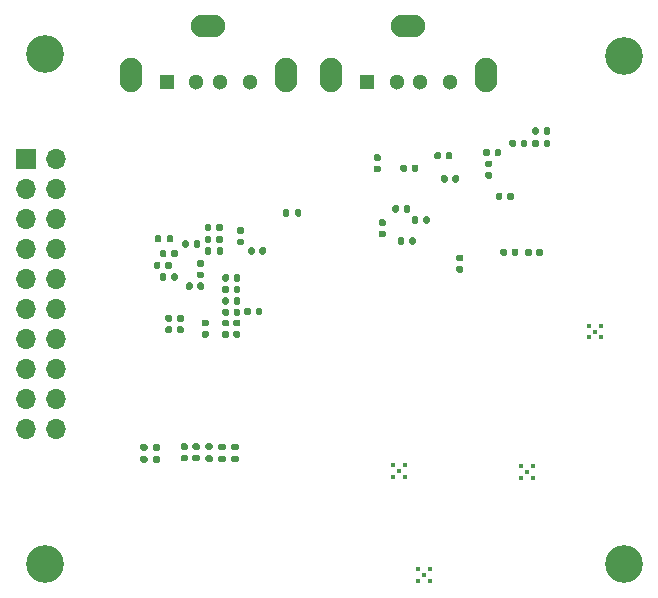
<source format=gbr>
%TF.GenerationSoftware,KiCad,Pcbnew,5.1.10*%
%TF.CreationDate,2021-05-13T15:13:00-07:00*%
%TF.ProjectId,hardware,68617264-7761-4726-952e-6b696361645f,rev?*%
%TF.SameCoordinates,Original*%
%TF.FileFunction,Soldermask,Bot*%
%TF.FilePolarity,Negative*%
%FSLAX46Y46*%
G04 Gerber Fmt 4.6, Leading zero omitted, Abs format (unit mm)*
G04 Created by KiCad (PCBNEW 5.1.10) date 2021-05-13 15:13:00*
%MOMM*%
%LPD*%
G01*
G04 APERTURE LIST*
%ADD10O,1.700000X1.700000*%
%ADD11R,1.700000X1.700000*%
%ADD12C,3.200000*%
%ADD13O,2.900000X1.900000*%
%ADD14O,1.900000X2.900000*%
%ADD15C,1.300000*%
%ADD16R,1.300000X1.300000*%
%ADD17C,0.450000*%
G04 APERTURE END LIST*
%TO.C,C32*%
G36*
G01*
X134958000Y-106791100D02*
X135298000Y-106791100D01*
G75*
G02*
X135438000Y-106931100I0J-140000D01*
G01*
X135438000Y-107211100D01*
G75*
G02*
X135298000Y-107351100I-140000J0D01*
G01*
X134958000Y-107351100D01*
G75*
G02*
X134818000Y-107211100I0J140000D01*
G01*
X134818000Y-106931100D01*
G75*
G02*
X134958000Y-106791100I140000J0D01*
G01*
G37*
G36*
G01*
X134958000Y-105831100D02*
X135298000Y-105831100D01*
G75*
G02*
X135438000Y-105971100I0J-140000D01*
G01*
X135438000Y-106251100D01*
G75*
G02*
X135298000Y-106391100I-140000J0D01*
G01*
X134958000Y-106391100D01*
G75*
G02*
X134818000Y-106251100I0J140000D01*
G01*
X134818000Y-105971100D01*
G75*
G02*
X134958000Y-105831100I140000J0D01*
G01*
G37*
%TD*%
D10*
%TO.C,J5*%
X100914200Y-120548400D03*
X98374200Y-120548400D03*
X100914200Y-118008400D03*
X98374200Y-118008400D03*
X100914200Y-115468400D03*
X98374200Y-115468400D03*
X100914200Y-112928400D03*
X98374200Y-112928400D03*
X100914200Y-110388400D03*
X98374200Y-110388400D03*
X100914200Y-107848400D03*
X98374200Y-107848400D03*
X100914200Y-105308400D03*
X98374200Y-105308400D03*
X100914200Y-102768400D03*
X98374200Y-102768400D03*
X100914200Y-100228400D03*
X98374200Y-100228400D03*
X100914200Y-97688400D03*
D11*
X98374200Y-97688400D03*
%TD*%
D12*
%TO.C,H4*%
X149000000Y-89000000D03*
%TD*%
%TO.C,H3*%
X100000000Y-88849200D03*
%TD*%
%TO.C,H2*%
X149000000Y-132000000D03*
%TD*%
%TO.C,H1*%
X100000000Y-132000000D03*
%TD*%
D13*
%TO.C,J3*%
X113827440Y-86421240D03*
D14*
X120397440Y-90601240D03*
X107257440Y-90601240D03*
D15*
X117327440Y-91201240D03*
X114827440Y-91201240D03*
X112827440Y-91201240D03*
D16*
X110327440Y-91201240D03*
%TD*%
%TO.C,C99*%
G36*
G01*
X109782000Y-106560800D02*
X109782000Y-106900800D01*
G75*
G02*
X109642000Y-107040800I-140000J0D01*
G01*
X109362000Y-107040800D01*
G75*
G02*
X109222000Y-106900800I0J140000D01*
G01*
X109222000Y-106560800D01*
G75*
G02*
X109362000Y-106420800I140000J0D01*
G01*
X109642000Y-106420800D01*
G75*
G02*
X109782000Y-106560800I0J-140000D01*
G01*
G37*
G36*
G01*
X110742000Y-106560800D02*
X110742000Y-106900800D01*
G75*
G02*
X110602000Y-107040800I-140000J0D01*
G01*
X110322000Y-107040800D01*
G75*
G02*
X110182000Y-106900800I0J140000D01*
G01*
X110182000Y-106560800D01*
G75*
G02*
X110322000Y-106420800I140000J0D01*
G01*
X110602000Y-106420800D01*
G75*
G02*
X110742000Y-106560800I0J-140000D01*
G01*
G37*
%TD*%
%TO.C,C94*%
G36*
G01*
X112633940Y-122762620D02*
X112973940Y-122762620D01*
G75*
G02*
X113113940Y-122902620I0J-140000D01*
G01*
X113113940Y-123182620D01*
G75*
G02*
X112973940Y-123322620I-140000J0D01*
G01*
X112633940Y-123322620D01*
G75*
G02*
X112493940Y-123182620I0J140000D01*
G01*
X112493940Y-122902620D01*
G75*
G02*
X112633940Y-122762620I140000J0D01*
G01*
G37*
G36*
G01*
X112633940Y-121802620D02*
X112973940Y-121802620D01*
G75*
G02*
X113113940Y-121942620I0J-140000D01*
G01*
X113113940Y-122222620D01*
G75*
G02*
X112973940Y-122362620I-140000J0D01*
G01*
X112633940Y-122362620D01*
G75*
G02*
X112493940Y-122222620I0J140000D01*
G01*
X112493940Y-121942620D01*
G75*
G02*
X112633940Y-121802620I140000J0D01*
G01*
G37*
%TD*%
%TO.C,C93*%
G36*
G01*
X111638260Y-122762620D02*
X111978260Y-122762620D01*
G75*
G02*
X112118260Y-122902620I0J-140000D01*
G01*
X112118260Y-123182620D01*
G75*
G02*
X111978260Y-123322620I-140000J0D01*
G01*
X111638260Y-123322620D01*
G75*
G02*
X111498260Y-123182620I0J140000D01*
G01*
X111498260Y-122902620D01*
G75*
G02*
X111638260Y-122762620I140000J0D01*
G01*
G37*
G36*
G01*
X111638260Y-121802620D02*
X111978260Y-121802620D01*
G75*
G02*
X112118260Y-121942620I0J-140000D01*
G01*
X112118260Y-122222620D01*
G75*
G02*
X111978260Y-122362620I-140000J0D01*
G01*
X111638260Y-122362620D01*
G75*
G02*
X111498260Y-122222620I0J140000D01*
G01*
X111498260Y-121942620D01*
G75*
G02*
X111638260Y-121802620I140000J0D01*
G01*
G37*
%TD*%
%TO.C,C92*%
G36*
G01*
X128300300Y-97879500D02*
X127960300Y-97879500D01*
G75*
G02*
X127820300Y-97739500I0J140000D01*
G01*
X127820300Y-97459500D01*
G75*
G02*
X127960300Y-97319500I140000J0D01*
G01*
X128300300Y-97319500D01*
G75*
G02*
X128440300Y-97459500I0J-140000D01*
G01*
X128440300Y-97739500D01*
G75*
G02*
X128300300Y-97879500I-140000J0D01*
G01*
G37*
G36*
G01*
X128300300Y-98839500D02*
X127960300Y-98839500D01*
G75*
G02*
X127820300Y-98699500I0J140000D01*
G01*
X127820300Y-98419500D01*
G75*
G02*
X127960300Y-98279500I140000J0D01*
G01*
X128300300Y-98279500D01*
G75*
G02*
X128440300Y-98419500I0J-140000D01*
G01*
X128440300Y-98699500D01*
G75*
G02*
X128300300Y-98839500I-140000J0D01*
G01*
G37*
%TD*%
%TO.C,C91*%
G36*
G01*
X139519000Y-105783200D02*
X139519000Y-105443200D01*
G75*
G02*
X139659000Y-105303200I140000J0D01*
G01*
X139939000Y-105303200D01*
G75*
G02*
X140079000Y-105443200I0J-140000D01*
G01*
X140079000Y-105783200D01*
G75*
G02*
X139939000Y-105923200I-140000J0D01*
G01*
X139659000Y-105923200D01*
G75*
G02*
X139519000Y-105783200I0J140000D01*
G01*
G37*
G36*
G01*
X138559000Y-105783200D02*
X138559000Y-105443200D01*
G75*
G02*
X138699000Y-105303200I140000J0D01*
G01*
X138979000Y-105303200D01*
G75*
G02*
X139119000Y-105443200I0J-140000D01*
G01*
X139119000Y-105783200D01*
G75*
G02*
X138979000Y-105923200I-140000J0D01*
G01*
X138699000Y-105923200D01*
G75*
G02*
X138559000Y-105783200I0J140000D01*
G01*
G37*
%TD*%
%TO.C,C90*%
G36*
G01*
X130375000Y-102112900D02*
X130375000Y-101772900D01*
G75*
G02*
X130515000Y-101632900I140000J0D01*
G01*
X130795000Y-101632900D01*
G75*
G02*
X130935000Y-101772900I0J-140000D01*
G01*
X130935000Y-102112900D01*
G75*
G02*
X130795000Y-102252900I-140000J0D01*
G01*
X130515000Y-102252900D01*
G75*
G02*
X130375000Y-102112900I0J140000D01*
G01*
G37*
G36*
G01*
X129415000Y-102112900D02*
X129415000Y-101772900D01*
G75*
G02*
X129555000Y-101632900I140000J0D01*
G01*
X129835000Y-101632900D01*
G75*
G02*
X129975000Y-101772900I0J-140000D01*
G01*
X129975000Y-102112900D01*
G75*
G02*
X129835000Y-102252900I-140000J0D01*
G01*
X129555000Y-102252900D01*
G75*
G02*
X129415000Y-102112900I0J140000D01*
G01*
G37*
%TD*%
%TO.C,C89*%
G36*
G01*
X141611960Y-105798440D02*
X141611960Y-105458440D01*
G75*
G02*
X141751960Y-105318440I140000J0D01*
G01*
X142031960Y-105318440D01*
G75*
G02*
X142171960Y-105458440I0J-140000D01*
G01*
X142171960Y-105798440D01*
G75*
G02*
X142031960Y-105938440I-140000J0D01*
G01*
X141751960Y-105938440D01*
G75*
G02*
X141611960Y-105798440I0J140000D01*
G01*
G37*
G36*
G01*
X140651960Y-105798440D02*
X140651960Y-105458440D01*
G75*
G02*
X140791960Y-105318440I140000J0D01*
G01*
X141071960Y-105318440D01*
G75*
G02*
X141211960Y-105458440I0J-140000D01*
G01*
X141211960Y-105798440D01*
G75*
G02*
X141071960Y-105938440I-140000J0D01*
G01*
X140791960Y-105938440D01*
G75*
G02*
X140651960Y-105798440I0J140000D01*
G01*
G37*
%TD*%
%TO.C,C87*%
G36*
G01*
X128732100Y-103393900D02*
X128392100Y-103393900D01*
G75*
G02*
X128252100Y-103253900I0J140000D01*
G01*
X128252100Y-102973900D01*
G75*
G02*
X128392100Y-102833900I140000J0D01*
G01*
X128732100Y-102833900D01*
G75*
G02*
X128872100Y-102973900I0J-140000D01*
G01*
X128872100Y-103253900D01*
G75*
G02*
X128732100Y-103393900I-140000J0D01*
G01*
G37*
G36*
G01*
X128732100Y-104353900D02*
X128392100Y-104353900D01*
G75*
G02*
X128252100Y-104213900I0J140000D01*
G01*
X128252100Y-103933900D01*
G75*
G02*
X128392100Y-103793900I140000J0D01*
G01*
X128732100Y-103793900D01*
G75*
G02*
X128872100Y-103933900I0J-140000D01*
G01*
X128872100Y-104213900D01*
G75*
G02*
X128732100Y-104353900I-140000J0D01*
G01*
G37*
%TD*%
%TO.C,C86*%
G36*
G01*
X130442360Y-104483080D02*
X130442360Y-104823080D01*
G75*
G02*
X130302360Y-104963080I-140000J0D01*
G01*
X130022360Y-104963080D01*
G75*
G02*
X129882360Y-104823080I0J140000D01*
G01*
X129882360Y-104483080D01*
G75*
G02*
X130022360Y-104343080I140000J0D01*
G01*
X130302360Y-104343080D01*
G75*
G02*
X130442360Y-104483080I0J-140000D01*
G01*
G37*
G36*
G01*
X131402360Y-104483080D02*
X131402360Y-104823080D01*
G75*
G02*
X131262360Y-104963080I-140000J0D01*
G01*
X130982360Y-104963080D01*
G75*
G02*
X130842360Y-104823080I0J140000D01*
G01*
X130842360Y-104483080D01*
G75*
G02*
X130982360Y-104343080I140000J0D01*
G01*
X131262360Y-104343080D01*
G75*
G02*
X131402360Y-104483080I0J-140000D01*
G01*
G37*
%TD*%
%TO.C,C85*%
G36*
G01*
X131626000Y-102712700D02*
X131626000Y-103052700D01*
G75*
G02*
X131486000Y-103192700I-140000J0D01*
G01*
X131206000Y-103192700D01*
G75*
G02*
X131066000Y-103052700I0J140000D01*
G01*
X131066000Y-102712700D01*
G75*
G02*
X131206000Y-102572700I140000J0D01*
G01*
X131486000Y-102572700D01*
G75*
G02*
X131626000Y-102712700I0J-140000D01*
G01*
G37*
G36*
G01*
X132586000Y-102712700D02*
X132586000Y-103052700D01*
G75*
G02*
X132446000Y-103192700I-140000J0D01*
G01*
X132166000Y-103192700D01*
G75*
G02*
X132026000Y-103052700I0J140000D01*
G01*
X132026000Y-102712700D01*
G75*
G02*
X132166000Y-102572700I140000J0D01*
G01*
X132446000Y-102572700D01*
G75*
G02*
X132586000Y-102712700I0J-140000D01*
G01*
G37*
%TD*%
%TO.C,C82*%
G36*
G01*
X139138000Y-101058800D02*
X139138000Y-100718800D01*
G75*
G02*
X139278000Y-100578800I140000J0D01*
G01*
X139558000Y-100578800D01*
G75*
G02*
X139698000Y-100718800I0J-140000D01*
G01*
X139698000Y-101058800D01*
G75*
G02*
X139558000Y-101198800I-140000J0D01*
G01*
X139278000Y-101198800D01*
G75*
G02*
X139138000Y-101058800I0J140000D01*
G01*
G37*
G36*
G01*
X138178000Y-101058800D02*
X138178000Y-100718800D01*
G75*
G02*
X138318000Y-100578800I140000J0D01*
G01*
X138598000Y-100578800D01*
G75*
G02*
X138738000Y-100718800I0J-140000D01*
G01*
X138738000Y-101058800D01*
G75*
G02*
X138598000Y-101198800I-140000J0D01*
G01*
X138318000Y-101198800D01*
G75*
G02*
X138178000Y-101058800I0J140000D01*
G01*
G37*
%TD*%
%TO.C,C80*%
G36*
G01*
X133531000Y-97277100D02*
X133531000Y-97617100D01*
G75*
G02*
X133391000Y-97757100I-140000J0D01*
G01*
X133111000Y-97757100D01*
G75*
G02*
X132971000Y-97617100I0J140000D01*
G01*
X132971000Y-97277100D01*
G75*
G02*
X133111000Y-97137100I140000J0D01*
G01*
X133391000Y-97137100D01*
G75*
G02*
X133531000Y-97277100I0J-140000D01*
G01*
G37*
G36*
G01*
X134491000Y-97277100D02*
X134491000Y-97617100D01*
G75*
G02*
X134351000Y-97757100I-140000J0D01*
G01*
X134071000Y-97757100D01*
G75*
G02*
X133931000Y-97617100I0J140000D01*
G01*
X133931000Y-97277100D01*
G75*
G02*
X134071000Y-97137100I140000J0D01*
G01*
X134351000Y-97137100D01*
G75*
G02*
X134491000Y-97277100I0J-140000D01*
G01*
G37*
%TD*%
%TO.C,C79*%
G36*
G01*
X134102500Y-99232900D02*
X134102500Y-99572900D01*
G75*
G02*
X133962500Y-99712900I-140000J0D01*
G01*
X133682500Y-99712900D01*
G75*
G02*
X133542500Y-99572900I0J140000D01*
G01*
X133542500Y-99232900D01*
G75*
G02*
X133682500Y-99092900I140000J0D01*
G01*
X133962500Y-99092900D01*
G75*
G02*
X134102500Y-99232900I0J-140000D01*
G01*
G37*
G36*
G01*
X135062500Y-99232900D02*
X135062500Y-99572900D01*
G75*
G02*
X134922500Y-99712900I-140000J0D01*
G01*
X134642500Y-99712900D01*
G75*
G02*
X134502500Y-99572900I0J140000D01*
G01*
X134502500Y-99232900D01*
G75*
G02*
X134642500Y-99092900I140000J0D01*
G01*
X134922500Y-99092900D01*
G75*
G02*
X135062500Y-99232900I0J-140000D01*
G01*
G37*
%TD*%
%TO.C,C78*%
G36*
G01*
X142224100Y-95521600D02*
X142224100Y-95181600D01*
G75*
G02*
X142364100Y-95041600I140000J0D01*
G01*
X142644100Y-95041600D01*
G75*
G02*
X142784100Y-95181600I0J-140000D01*
G01*
X142784100Y-95521600D01*
G75*
G02*
X142644100Y-95661600I-140000J0D01*
G01*
X142364100Y-95661600D01*
G75*
G02*
X142224100Y-95521600I0J140000D01*
G01*
G37*
G36*
G01*
X141264100Y-95521600D02*
X141264100Y-95181600D01*
G75*
G02*
X141404100Y-95041600I140000J0D01*
G01*
X141684100Y-95041600D01*
G75*
G02*
X141824100Y-95181600I0J-140000D01*
G01*
X141824100Y-95521600D01*
G75*
G02*
X141684100Y-95661600I-140000J0D01*
G01*
X141404100Y-95661600D01*
G75*
G02*
X141264100Y-95521600I0J140000D01*
G01*
G37*
%TD*%
%TO.C,C77*%
G36*
G01*
X138071200Y-97350400D02*
X138071200Y-97010400D01*
G75*
G02*
X138211200Y-96870400I140000J0D01*
G01*
X138491200Y-96870400D01*
G75*
G02*
X138631200Y-97010400I0J-140000D01*
G01*
X138631200Y-97350400D01*
G75*
G02*
X138491200Y-97490400I-140000J0D01*
G01*
X138211200Y-97490400D01*
G75*
G02*
X138071200Y-97350400I0J140000D01*
G01*
G37*
G36*
G01*
X137111200Y-97350400D02*
X137111200Y-97010400D01*
G75*
G02*
X137251200Y-96870400I140000J0D01*
G01*
X137531200Y-96870400D01*
G75*
G02*
X137671200Y-97010400I0J-140000D01*
G01*
X137671200Y-97350400D01*
G75*
G02*
X137531200Y-97490400I-140000J0D01*
G01*
X137251200Y-97490400D01*
G75*
G02*
X137111200Y-97350400I0J140000D01*
G01*
G37*
%TD*%
%TO.C,C76*%
G36*
G01*
X140293700Y-96575700D02*
X140293700Y-96235700D01*
G75*
G02*
X140433700Y-96095700I140000J0D01*
G01*
X140713700Y-96095700D01*
G75*
G02*
X140853700Y-96235700I0J-140000D01*
G01*
X140853700Y-96575700D01*
G75*
G02*
X140713700Y-96715700I-140000J0D01*
G01*
X140433700Y-96715700D01*
G75*
G02*
X140293700Y-96575700I0J140000D01*
G01*
G37*
G36*
G01*
X139333700Y-96575700D02*
X139333700Y-96235700D01*
G75*
G02*
X139473700Y-96095700I140000J0D01*
G01*
X139753700Y-96095700D01*
G75*
G02*
X139893700Y-96235700I0J-140000D01*
G01*
X139893700Y-96575700D01*
G75*
G02*
X139753700Y-96715700I-140000J0D01*
G01*
X139473700Y-96715700D01*
G75*
G02*
X139333700Y-96575700I0J140000D01*
G01*
G37*
%TD*%
%TO.C,C75*%
G36*
G01*
X142224100Y-96575700D02*
X142224100Y-96235700D01*
G75*
G02*
X142364100Y-96095700I140000J0D01*
G01*
X142644100Y-96095700D01*
G75*
G02*
X142784100Y-96235700I0J-140000D01*
G01*
X142784100Y-96575700D01*
G75*
G02*
X142644100Y-96715700I-140000J0D01*
G01*
X142364100Y-96715700D01*
G75*
G02*
X142224100Y-96575700I0J140000D01*
G01*
G37*
G36*
G01*
X141264100Y-96575700D02*
X141264100Y-96235700D01*
G75*
G02*
X141404100Y-96095700I140000J0D01*
G01*
X141684100Y-96095700D01*
G75*
G02*
X141824100Y-96235700I0J-140000D01*
G01*
X141824100Y-96575700D01*
G75*
G02*
X141684100Y-96715700I-140000J0D01*
G01*
X141404100Y-96715700D01*
G75*
G02*
X141264100Y-96575700I0J140000D01*
G01*
G37*
%TD*%
%TO.C,C74*%
G36*
G01*
X130660800Y-98331200D02*
X130660800Y-98671200D01*
G75*
G02*
X130520800Y-98811200I-140000J0D01*
G01*
X130240800Y-98811200D01*
G75*
G02*
X130100800Y-98671200I0J140000D01*
G01*
X130100800Y-98331200D01*
G75*
G02*
X130240800Y-98191200I140000J0D01*
G01*
X130520800Y-98191200D01*
G75*
G02*
X130660800Y-98331200I0J-140000D01*
G01*
G37*
G36*
G01*
X131620800Y-98331200D02*
X131620800Y-98671200D01*
G75*
G02*
X131480800Y-98811200I-140000J0D01*
G01*
X131200800Y-98811200D01*
G75*
G02*
X131060800Y-98671200I0J140000D01*
G01*
X131060800Y-98331200D01*
G75*
G02*
X131200800Y-98191200I140000J0D01*
G01*
X131480800Y-98191200D01*
G75*
G02*
X131620800Y-98331200I0J-140000D01*
G01*
G37*
%TD*%
%TO.C,C70*%
G36*
G01*
X110660000Y-111496500D02*
X110320000Y-111496500D01*
G75*
G02*
X110180000Y-111356500I0J140000D01*
G01*
X110180000Y-111076500D01*
G75*
G02*
X110320000Y-110936500I140000J0D01*
G01*
X110660000Y-110936500D01*
G75*
G02*
X110800000Y-111076500I0J-140000D01*
G01*
X110800000Y-111356500D01*
G75*
G02*
X110660000Y-111496500I-140000J0D01*
G01*
G37*
G36*
G01*
X110660000Y-112456500D02*
X110320000Y-112456500D01*
G75*
G02*
X110180000Y-112316500I0J140000D01*
G01*
X110180000Y-112036500D01*
G75*
G02*
X110320000Y-111896500I140000J0D01*
G01*
X110660000Y-111896500D01*
G75*
G02*
X110800000Y-112036500I0J-140000D01*
G01*
X110800000Y-112316500D01*
G75*
G02*
X110660000Y-112456500I-140000J0D01*
G01*
G37*
%TD*%
%TO.C,C69*%
G36*
G01*
X110290000Y-105570200D02*
X110290000Y-105910200D01*
G75*
G02*
X110150000Y-106050200I-140000J0D01*
G01*
X109870000Y-106050200D01*
G75*
G02*
X109730000Y-105910200I0J140000D01*
G01*
X109730000Y-105570200D01*
G75*
G02*
X109870000Y-105430200I140000J0D01*
G01*
X110150000Y-105430200D01*
G75*
G02*
X110290000Y-105570200I0J-140000D01*
G01*
G37*
G36*
G01*
X111250000Y-105570200D02*
X111250000Y-105910200D01*
G75*
G02*
X111110000Y-106050200I-140000J0D01*
G01*
X110830000Y-106050200D01*
G75*
G02*
X110690000Y-105910200I0J140000D01*
G01*
X110690000Y-105570200D01*
G75*
G02*
X110830000Y-105430200I140000J0D01*
G01*
X111110000Y-105430200D01*
G75*
G02*
X111250000Y-105570200I0J-140000D01*
G01*
G37*
%TD*%
%TO.C,C68*%
G36*
G01*
X111637900Y-111496500D02*
X111297900Y-111496500D01*
G75*
G02*
X111157900Y-111356500I0J140000D01*
G01*
X111157900Y-111076500D01*
G75*
G02*
X111297900Y-110936500I140000J0D01*
G01*
X111637900Y-110936500D01*
G75*
G02*
X111777900Y-111076500I0J-140000D01*
G01*
X111777900Y-111356500D01*
G75*
G02*
X111637900Y-111496500I-140000J0D01*
G01*
G37*
G36*
G01*
X111637900Y-112456500D02*
X111297900Y-112456500D01*
G75*
G02*
X111157900Y-112316500I0J140000D01*
G01*
X111157900Y-112036500D01*
G75*
G02*
X111297900Y-111896500I140000J0D01*
G01*
X111637900Y-111896500D01*
G75*
G02*
X111777900Y-112036500I0J-140000D01*
G01*
X111777900Y-112316500D01*
G75*
G02*
X111637900Y-112456500I-140000J0D01*
G01*
G37*
%TD*%
%TO.C,C67*%
G36*
G01*
X115585900Y-107614900D02*
X115585900Y-107954900D01*
G75*
G02*
X115445900Y-108094900I-140000J0D01*
G01*
X115165900Y-108094900D01*
G75*
G02*
X115025900Y-107954900I0J140000D01*
G01*
X115025900Y-107614900D01*
G75*
G02*
X115165900Y-107474900I140000J0D01*
G01*
X115445900Y-107474900D01*
G75*
G02*
X115585900Y-107614900I0J-140000D01*
G01*
G37*
G36*
G01*
X116545900Y-107614900D02*
X116545900Y-107954900D01*
G75*
G02*
X116405900Y-108094900I-140000J0D01*
G01*
X116125900Y-108094900D01*
G75*
G02*
X115985900Y-107954900I0J140000D01*
G01*
X115985900Y-107614900D01*
G75*
G02*
X116125900Y-107474900I140000J0D01*
G01*
X116405900Y-107474900D01*
G75*
G02*
X116545900Y-107614900I0J-140000D01*
G01*
G37*
%TD*%
%TO.C,C66*%
G36*
G01*
X110290000Y-107551400D02*
X110290000Y-107891400D01*
G75*
G02*
X110150000Y-108031400I-140000J0D01*
G01*
X109870000Y-108031400D01*
G75*
G02*
X109730000Y-107891400I0J140000D01*
G01*
X109730000Y-107551400D01*
G75*
G02*
X109870000Y-107411400I140000J0D01*
G01*
X110150000Y-107411400D01*
G75*
G02*
X110290000Y-107551400I0J-140000D01*
G01*
G37*
G36*
G01*
X111250000Y-107551400D02*
X111250000Y-107891400D01*
G75*
G02*
X111110000Y-108031400I-140000J0D01*
G01*
X110830000Y-108031400D01*
G75*
G02*
X110690000Y-107891400I0J140000D01*
G01*
X110690000Y-107551400D01*
G75*
G02*
X110830000Y-107411400I140000J0D01*
G01*
X111110000Y-107411400D01*
G75*
G02*
X111250000Y-107551400I0J-140000D01*
G01*
G37*
%TD*%
%TO.C,C65*%
G36*
G01*
X114087300Y-104363700D02*
X114087300Y-104703700D01*
G75*
G02*
X113947300Y-104843700I-140000J0D01*
G01*
X113667300Y-104843700D01*
G75*
G02*
X113527300Y-104703700I0J140000D01*
G01*
X113527300Y-104363700D01*
G75*
G02*
X113667300Y-104223700I140000J0D01*
G01*
X113947300Y-104223700D01*
G75*
G02*
X114087300Y-104363700I0J-140000D01*
G01*
G37*
G36*
G01*
X115047300Y-104363700D02*
X115047300Y-104703700D01*
G75*
G02*
X114907300Y-104843700I-140000J0D01*
G01*
X114627300Y-104843700D01*
G75*
G02*
X114487300Y-104703700I0J140000D01*
G01*
X114487300Y-104363700D01*
G75*
G02*
X114627300Y-104223700I140000J0D01*
G01*
X114907300Y-104223700D01*
G75*
G02*
X115047300Y-104363700I0J-140000D01*
G01*
G37*
%TD*%
%TO.C,C64*%
G36*
G01*
X116730600Y-104067000D02*
X116390600Y-104067000D01*
G75*
G02*
X116250600Y-103927000I0J140000D01*
G01*
X116250600Y-103647000D01*
G75*
G02*
X116390600Y-103507000I140000J0D01*
G01*
X116730600Y-103507000D01*
G75*
G02*
X116870600Y-103647000I0J-140000D01*
G01*
X116870600Y-103927000D01*
G75*
G02*
X116730600Y-104067000I-140000J0D01*
G01*
G37*
G36*
G01*
X116730600Y-105027000D02*
X116390600Y-105027000D01*
G75*
G02*
X116250600Y-104887000I0J140000D01*
G01*
X116250600Y-104607000D01*
G75*
G02*
X116390600Y-104467000I140000J0D01*
G01*
X116730600Y-104467000D01*
G75*
G02*
X116870600Y-104607000I0J-140000D01*
G01*
X116870600Y-104887000D01*
G75*
G02*
X116730600Y-105027000I-140000J0D01*
G01*
G37*
%TD*%
%TO.C,C59*%
G36*
G01*
X112582300Y-105097400D02*
X112582300Y-104757400D01*
G75*
G02*
X112722300Y-104617400I140000J0D01*
G01*
X113002300Y-104617400D01*
G75*
G02*
X113142300Y-104757400I0J-140000D01*
G01*
X113142300Y-105097400D01*
G75*
G02*
X113002300Y-105237400I-140000J0D01*
G01*
X112722300Y-105237400D01*
G75*
G02*
X112582300Y-105097400I0J140000D01*
G01*
G37*
G36*
G01*
X111622300Y-105097400D02*
X111622300Y-104757400D01*
G75*
G02*
X111762300Y-104617400I140000J0D01*
G01*
X112042300Y-104617400D01*
G75*
G02*
X112182300Y-104757400I0J-140000D01*
G01*
X112182300Y-105097400D01*
G75*
G02*
X112042300Y-105237400I-140000J0D01*
G01*
X111762300Y-105237400D01*
G75*
G02*
X111622300Y-105097400I0J140000D01*
G01*
G37*
%TD*%
%TO.C,C56*%
G36*
G01*
X113746100Y-111887600D02*
X113406100Y-111887600D01*
G75*
G02*
X113266100Y-111747600I0J140000D01*
G01*
X113266100Y-111467600D01*
G75*
G02*
X113406100Y-111327600I140000J0D01*
G01*
X113746100Y-111327600D01*
G75*
G02*
X113886100Y-111467600I0J-140000D01*
G01*
X113886100Y-111747600D01*
G75*
G02*
X113746100Y-111887600I-140000J0D01*
G01*
G37*
G36*
G01*
X113746100Y-112847600D02*
X113406100Y-112847600D01*
G75*
G02*
X113266100Y-112707600I0J140000D01*
G01*
X113266100Y-112427600D01*
G75*
G02*
X113406100Y-112287600I140000J0D01*
G01*
X113746100Y-112287600D01*
G75*
G02*
X113886100Y-112427600I0J-140000D01*
G01*
X113886100Y-112707600D01*
G75*
G02*
X113746100Y-112847600I-140000J0D01*
G01*
G37*
%TD*%
%TO.C,C55*%
G36*
G01*
X114087300Y-103347700D02*
X114087300Y-103687700D01*
G75*
G02*
X113947300Y-103827700I-140000J0D01*
G01*
X113667300Y-103827700D01*
G75*
G02*
X113527300Y-103687700I0J140000D01*
G01*
X113527300Y-103347700D01*
G75*
G02*
X113667300Y-103207700I140000J0D01*
G01*
X113947300Y-103207700D01*
G75*
G02*
X114087300Y-103347700I0J-140000D01*
G01*
G37*
G36*
G01*
X115047300Y-103347700D02*
X115047300Y-103687700D01*
G75*
G02*
X114907300Y-103827700I-140000J0D01*
G01*
X114627300Y-103827700D01*
G75*
G02*
X114487300Y-103687700I0J140000D01*
G01*
X114487300Y-103347700D01*
G75*
G02*
X114627300Y-103207700I140000J0D01*
G01*
X114907300Y-103207700D01*
G75*
G02*
X115047300Y-103347700I0J-140000D01*
G01*
G37*
%TD*%
%TO.C,C54*%
G36*
G01*
X115573200Y-109583400D02*
X115573200Y-109923400D01*
G75*
G02*
X115433200Y-110063400I-140000J0D01*
G01*
X115153200Y-110063400D01*
G75*
G02*
X115013200Y-109923400I0J140000D01*
G01*
X115013200Y-109583400D01*
G75*
G02*
X115153200Y-109443400I140000J0D01*
G01*
X115433200Y-109443400D01*
G75*
G02*
X115573200Y-109583400I0J-140000D01*
G01*
G37*
G36*
G01*
X116533200Y-109583400D02*
X116533200Y-109923400D01*
G75*
G02*
X116393200Y-110063400I-140000J0D01*
G01*
X116113200Y-110063400D01*
G75*
G02*
X115973200Y-109923400I0J140000D01*
G01*
X115973200Y-109583400D01*
G75*
G02*
X116113200Y-109443400I140000J0D01*
G01*
X116393200Y-109443400D01*
G75*
G02*
X116533200Y-109583400I0J-140000D01*
G01*
G37*
%TD*%
%TO.C,C53*%
G36*
G01*
X112899800Y-108653400D02*
X112899800Y-108313400D01*
G75*
G02*
X113039800Y-108173400I140000J0D01*
G01*
X113319800Y-108173400D01*
G75*
G02*
X113459800Y-108313400I0J-140000D01*
G01*
X113459800Y-108653400D01*
G75*
G02*
X113319800Y-108793400I-140000J0D01*
G01*
X113039800Y-108793400D01*
G75*
G02*
X112899800Y-108653400I0J140000D01*
G01*
G37*
G36*
G01*
X111939800Y-108653400D02*
X111939800Y-108313400D01*
G75*
G02*
X112079800Y-108173400I140000J0D01*
G01*
X112359800Y-108173400D01*
G75*
G02*
X112499800Y-108313400I0J-140000D01*
G01*
X112499800Y-108653400D01*
G75*
G02*
X112359800Y-108793400I-140000J0D01*
G01*
X112079800Y-108793400D01*
G75*
G02*
X111939800Y-108653400I0J140000D01*
G01*
G37*
%TD*%
%TO.C,C48*%
G36*
G01*
X117437560Y-110467320D02*
X117437560Y-110807320D01*
G75*
G02*
X117297560Y-110947320I-140000J0D01*
G01*
X117017560Y-110947320D01*
G75*
G02*
X116877560Y-110807320I0J140000D01*
G01*
X116877560Y-110467320D01*
G75*
G02*
X117017560Y-110327320I140000J0D01*
G01*
X117297560Y-110327320D01*
G75*
G02*
X117437560Y-110467320I0J-140000D01*
G01*
G37*
G36*
G01*
X118397560Y-110467320D02*
X118397560Y-110807320D01*
G75*
G02*
X118257560Y-110947320I-140000J0D01*
G01*
X117977560Y-110947320D01*
G75*
G02*
X117837560Y-110807320I0J140000D01*
G01*
X117837560Y-110467320D01*
G75*
G02*
X117977560Y-110327320I140000J0D01*
G01*
X118257560Y-110327320D01*
G75*
G02*
X118397560Y-110467320I0J-140000D01*
G01*
G37*
%TD*%
%TO.C,C43*%
G36*
G01*
X115473300Y-111895280D02*
X115133300Y-111895280D01*
G75*
G02*
X114993300Y-111755280I0J140000D01*
G01*
X114993300Y-111475280D01*
G75*
G02*
X115133300Y-111335280I140000J0D01*
G01*
X115473300Y-111335280D01*
G75*
G02*
X115613300Y-111475280I0J-140000D01*
G01*
X115613300Y-111755280D01*
G75*
G02*
X115473300Y-111895280I-140000J0D01*
G01*
G37*
G36*
G01*
X115473300Y-112855280D02*
X115133300Y-112855280D01*
G75*
G02*
X114993300Y-112715280I0J140000D01*
G01*
X114993300Y-112435280D01*
G75*
G02*
X115133300Y-112295280I140000J0D01*
G01*
X115473300Y-112295280D01*
G75*
G02*
X115613300Y-112435280I0J-140000D01*
G01*
X115613300Y-112715280D01*
G75*
G02*
X115473300Y-112855280I-140000J0D01*
G01*
G37*
%TD*%
%TO.C,C42*%
G36*
G01*
X115585900Y-108605500D02*
X115585900Y-108945500D01*
G75*
G02*
X115445900Y-109085500I-140000J0D01*
G01*
X115165900Y-109085500D01*
G75*
G02*
X115025900Y-108945500I0J140000D01*
G01*
X115025900Y-108605500D01*
G75*
G02*
X115165900Y-108465500I140000J0D01*
G01*
X115445900Y-108465500D01*
G75*
G02*
X115585900Y-108605500I0J-140000D01*
G01*
G37*
G36*
G01*
X116545900Y-108605500D02*
X116545900Y-108945500D01*
G75*
G02*
X116405900Y-109085500I-140000J0D01*
G01*
X116125900Y-109085500D01*
G75*
G02*
X115985900Y-108945500I0J140000D01*
G01*
X115985900Y-108605500D01*
G75*
G02*
X116125900Y-108465500I140000J0D01*
G01*
X116405900Y-108465500D01*
G75*
G02*
X116545900Y-108605500I0J-140000D01*
G01*
G37*
%TD*%
%TO.C,C40*%
G36*
G01*
X116418180Y-111895280D02*
X116078180Y-111895280D01*
G75*
G02*
X115938180Y-111755280I0J140000D01*
G01*
X115938180Y-111475280D01*
G75*
G02*
X116078180Y-111335280I140000J0D01*
G01*
X116418180Y-111335280D01*
G75*
G02*
X116558180Y-111475280I0J-140000D01*
G01*
X116558180Y-111755280D01*
G75*
G02*
X116418180Y-111895280I-140000J0D01*
G01*
G37*
G36*
G01*
X116418180Y-112855280D02*
X116078180Y-112855280D01*
G75*
G02*
X115938180Y-112715280I0J140000D01*
G01*
X115938180Y-112435280D01*
G75*
G02*
X116078180Y-112295280I140000J0D01*
G01*
X116418180Y-112295280D01*
G75*
G02*
X116558180Y-112435280I0J-140000D01*
G01*
X116558180Y-112715280D01*
G75*
G02*
X116418180Y-112855280I-140000J0D01*
G01*
G37*
%TD*%
%TO.C,C38*%
G36*
G01*
X115573200Y-110523200D02*
X115573200Y-110863200D01*
G75*
G02*
X115433200Y-111003200I-140000J0D01*
G01*
X115153200Y-111003200D01*
G75*
G02*
X115013200Y-110863200I0J140000D01*
G01*
X115013200Y-110523200D01*
G75*
G02*
X115153200Y-110383200I140000J0D01*
G01*
X115433200Y-110383200D01*
G75*
G02*
X115573200Y-110523200I0J-140000D01*
G01*
G37*
G36*
G01*
X116533200Y-110523200D02*
X116533200Y-110863200D01*
G75*
G02*
X116393200Y-111003200I-140000J0D01*
G01*
X116113200Y-111003200D01*
G75*
G02*
X115973200Y-110863200I0J140000D01*
G01*
X115973200Y-110523200D01*
G75*
G02*
X116113200Y-110383200I140000J0D01*
G01*
X116393200Y-110383200D01*
G75*
G02*
X116533200Y-110523200I0J-140000D01*
G01*
G37*
%TD*%
%TO.C,C37*%
G36*
G01*
X118163999Y-105671440D02*
X118163999Y-105331440D01*
G75*
G02*
X118303999Y-105191440I140000J0D01*
G01*
X118583999Y-105191440D01*
G75*
G02*
X118723999Y-105331440I0J-140000D01*
G01*
X118723999Y-105671440D01*
G75*
G02*
X118583999Y-105811440I-140000J0D01*
G01*
X118303999Y-105811440D01*
G75*
G02*
X118163999Y-105671440I0J140000D01*
G01*
G37*
G36*
G01*
X117203999Y-105671440D02*
X117203999Y-105331440D01*
G75*
G02*
X117343999Y-105191440I140000J0D01*
G01*
X117623999Y-105191440D01*
G75*
G02*
X117763999Y-105331440I0J-140000D01*
G01*
X117763999Y-105671440D01*
G75*
G02*
X117623999Y-105811440I-140000J0D01*
G01*
X117343999Y-105811440D01*
G75*
G02*
X117203999Y-105671440I0J140000D01*
G01*
G37*
%TD*%
%TO.C,C31*%
G36*
G01*
X112987000Y-107248300D02*
X113327000Y-107248300D01*
G75*
G02*
X113467000Y-107388300I0J-140000D01*
G01*
X113467000Y-107668300D01*
G75*
G02*
X113327000Y-107808300I-140000J0D01*
G01*
X112987000Y-107808300D01*
G75*
G02*
X112847000Y-107668300I0J140000D01*
G01*
X112847000Y-107388300D01*
G75*
G02*
X112987000Y-107248300I140000J0D01*
G01*
G37*
G36*
G01*
X112987000Y-106288300D02*
X113327000Y-106288300D01*
G75*
G02*
X113467000Y-106428300I0J-140000D01*
G01*
X113467000Y-106708300D01*
G75*
G02*
X113327000Y-106848300I-140000J0D01*
G01*
X112987000Y-106848300D01*
G75*
G02*
X112847000Y-106708300I0J140000D01*
G01*
X112847000Y-106428300D01*
G75*
G02*
X112987000Y-106288300I140000J0D01*
G01*
G37*
%TD*%
%TO.C,C2*%
G36*
G01*
X137409100Y-98815500D02*
X137749100Y-98815500D01*
G75*
G02*
X137889100Y-98955500I0J-140000D01*
G01*
X137889100Y-99235500D01*
G75*
G02*
X137749100Y-99375500I-140000J0D01*
G01*
X137409100Y-99375500D01*
G75*
G02*
X137269100Y-99235500I0J140000D01*
G01*
X137269100Y-98955500D01*
G75*
G02*
X137409100Y-98815500I140000J0D01*
G01*
G37*
G36*
G01*
X137409100Y-97855500D02*
X137749100Y-97855500D01*
G75*
G02*
X137889100Y-97995500I0J-140000D01*
G01*
X137889100Y-98275500D01*
G75*
G02*
X137749100Y-98415500I-140000J0D01*
G01*
X137409100Y-98415500D01*
G75*
G02*
X137269100Y-98275500I0J140000D01*
G01*
X137269100Y-97995500D01*
G75*
G02*
X137409100Y-97855500I140000J0D01*
G01*
G37*
%TD*%
D13*
%TO.C,J2*%
X130779400Y-86456800D03*
D14*
X137349400Y-90636800D03*
X124209400Y-90636800D03*
D15*
X134279400Y-91236800D03*
X131779400Y-91236800D03*
X129779400Y-91236800D03*
D16*
X127279400Y-91236800D03*
%TD*%
%TO.C,R30*%
G36*
G01*
X109843600Y-104285200D02*
X109843600Y-104655200D01*
G75*
G02*
X109708600Y-104790200I-135000J0D01*
G01*
X109438600Y-104790200D01*
G75*
G02*
X109303600Y-104655200I0J135000D01*
G01*
X109303600Y-104285200D01*
G75*
G02*
X109438600Y-104150200I135000J0D01*
G01*
X109708600Y-104150200D01*
G75*
G02*
X109843600Y-104285200I0J-135000D01*
G01*
G37*
G36*
G01*
X110863600Y-104285200D02*
X110863600Y-104655200D01*
G75*
G02*
X110728600Y-104790200I-135000J0D01*
G01*
X110458600Y-104790200D01*
G75*
G02*
X110323600Y-104655200I0J135000D01*
G01*
X110323600Y-104285200D01*
G75*
G02*
X110458600Y-104150200I135000J0D01*
G01*
X110728600Y-104150200D01*
G75*
G02*
X110863600Y-104285200I0J-135000D01*
G01*
G37*
%TD*%
%TO.C,R26*%
G36*
G01*
X114060000Y-105339300D02*
X114060000Y-105709300D01*
G75*
G02*
X113925000Y-105844300I-135000J0D01*
G01*
X113655000Y-105844300D01*
G75*
G02*
X113520000Y-105709300I0J135000D01*
G01*
X113520000Y-105339300D01*
G75*
G02*
X113655000Y-105204300I135000J0D01*
G01*
X113925000Y-105204300D01*
G75*
G02*
X114060000Y-105339300I0J-135000D01*
G01*
G37*
G36*
G01*
X115080000Y-105339300D02*
X115080000Y-105709300D01*
G75*
G02*
X114945000Y-105844300I-135000J0D01*
G01*
X114675000Y-105844300D01*
G75*
G02*
X114540000Y-105709300I0J135000D01*
G01*
X114540000Y-105339300D01*
G75*
G02*
X114675000Y-105204300I135000J0D01*
G01*
X114945000Y-105204300D01*
G75*
G02*
X115080000Y-105339300I0J-135000D01*
G01*
G37*
%TD*%
%TO.C,R24*%
G36*
G01*
X108566800Y-122403900D02*
X108196800Y-122403900D01*
G75*
G02*
X108061800Y-122268900I0J135000D01*
G01*
X108061800Y-121998900D01*
G75*
G02*
X108196800Y-121863900I135000J0D01*
G01*
X108566800Y-121863900D01*
G75*
G02*
X108701800Y-121998900I0J-135000D01*
G01*
X108701800Y-122268900D01*
G75*
G02*
X108566800Y-122403900I-135000J0D01*
G01*
G37*
G36*
G01*
X108566800Y-123423900D02*
X108196800Y-123423900D01*
G75*
G02*
X108061800Y-123288900I0J135000D01*
G01*
X108061800Y-123018900D01*
G75*
G02*
X108196800Y-122883900I135000J0D01*
G01*
X108566800Y-122883900D01*
G75*
G02*
X108701800Y-123018900I0J-135000D01*
G01*
X108701800Y-123288900D01*
G75*
G02*
X108566800Y-123423900I-135000J0D01*
G01*
G37*
%TD*%
%TO.C,R23*%
G36*
G01*
X109646300Y-122416600D02*
X109276300Y-122416600D01*
G75*
G02*
X109141300Y-122281600I0J135000D01*
G01*
X109141300Y-122011600D01*
G75*
G02*
X109276300Y-121876600I135000J0D01*
G01*
X109646300Y-121876600D01*
G75*
G02*
X109781300Y-122011600I0J-135000D01*
G01*
X109781300Y-122281600D01*
G75*
G02*
X109646300Y-122416600I-135000J0D01*
G01*
G37*
G36*
G01*
X109646300Y-123436600D02*
X109276300Y-123436600D01*
G75*
G02*
X109141300Y-123301600I0J135000D01*
G01*
X109141300Y-123031600D01*
G75*
G02*
X109276300Y-122896600I135000J0D01*
G01*
X109646300Y-122896600D01*
G75*
G02*
X109781300Y-123031600I0J-135000D01*
G01*
X109781300Y-123301600D01*
G75*
G02*
X109646300Y-123436600I-135000J0D01*
G01*
G37*
%TD*%
%TO.C,R22*%
G36*
G01*
X114078600Y-122340400D02*
X113708600Y-122340400D01*
G75*
G02*
X113573600Y-122205400I0J135000D01*
G01*
X113573600Y-121935400D01*
G75*
G02*
X113708600Y-121800400I135000J0D01*
G01*
X114078600Y-121800400D01*
G75*
G02*
X114213600Y-121935400I0J-135000D01*
G01*
X114213600Y-122205400D01*
G75*
G02*
X114078600Y-122340400I-135000J0D01*
G01*
G37*
G36*
G01*
X114078600Y-123360400D02*
X113708600Y-123360400D01*
G75*
G02*
X113573600Y-123225400I0J135000D01*
G01*
X113573600Y-122955400D01*
G75*
G02*
X113708600Y-122820400I135000J0D01*
G01*
X114078600Y-122820400D01*
G75*
G02*
X114213600Y-122955400I0J-135000D01*
G01*
X114213600Y-123225400D01*
G75*
G02*
X114078600Y-123360400I-135000J0D01*
G01*
G37*
%TD*%
%TO.C,R21*%
G36*
G01*
X115183500Y-122353100D02*
X114813500Y-122353100D01*
G75*
G02*
X114678500Y-122218100I0J135000D01*
G01*
X114678500Y-121948100D01*
G75*
G02*
X114813500Y-121813100I135000J0D01*
G01*
X115183500Y-121813100D01*
G75*
G02*
X115318500Y-121948100I0J-135000D01*
G01*
X115318500Y-122218100D01*
G75*
G02*
X115183500Y-122353100I-135000J0D01*
G01*
G37*
G36*
G01*
X115183500Y-123373100D02*
X114813500Y-123373100D01*
G75*
G02*
X114678500Y-123238100I0J135000D01*
G01*
X114678500Y-122968100D01*
G75*
G02*
X114813500Y-122833100I135000J0D01*
G01*
X115183500Y-122833100D01*
G75*
G02*
X115318500Y-122968100I0J-135000D01*
G01*
X115318500Y-123238100D01*
G75*
G02*
X115183500Y-123373100I-135000J0D01*
G01*
G37*
%TD*%
%TO.C,R20*%
G36*
G01*
X116275700Y-122353100D02*
X115905700Y-122353100D01*
G75*
G02*
X115770700Y-122218100I0J135000D01*
G01*
X115770700Y-121948100D01*
G75*
G02*
X115905700Y-121813100I135000J0D01*
G01*
X116275700Y-121813100D01*
G75*
G02*
X116410700Y-121948100I0J-135000D01*
G01*
X116410700Y-122218100D01*
G75*
G02*
X116275700Y-122353100I-135000J0D01*
G01*
G37*
G36*
G01*
X116275700Y-123373100D02*
X115905700Y-123373100D01*
G75*
G02*
X115770700Y-123238100I0J135000D01*
G01*
X115770700Y-122968100D01*
G75*
G02*
X115905700Y-122833100I135000J0D01*
G01*
X116275700Y-122833100D01*
G75*
G02*
X116410700Y-122968100I0J-135000D01*
G01*
X116410700Y-123238100D01*
G75*
G02*
X116275700Y-123373100I-135000J0D01*
G01*
G37*
%TD*%
D17*
%TO.C,U6*%
X131600320Y-133458840D03*
X131600320Y-132458840D03*
X132100320Y-132958840D03*
X132600320Y-133458840D03*
X132600320Y-132458840D03*
%TD*%
%TO.C,U5*%
X141299820Y-124720160D03*
X140299820Y-124720160D03*
X140799820Y-124220160D03*
X141299820Y-123720160D03*
X140299820Y-123720160D03*
%TD*%
%TO.C,U4*%
X130497200Y-124667900D03*
X129497200Y-124667900D03*
X129997200Y-124167900D03*
X130497200Y-123667900D03*
X129497200Y-123667900D03*
%TD*%
%TO.C,U3*%
X146058000Y-111828960D03*
X147058000Y-111828960D03*
X146558000Y-112328960D03*
X146058000Y-112828960D03*
X147058000Y-112828960D03*
%TD*%
%TO.C,R6*%
G36*
G01*
X121179560Y-102465720D02*
X121179560Y-102095720D01*
G75*
G02*
X121314560Y-101960720I135000J0D01*
G01*
X121584560Y-101960720D01*
G75*
G02*
X121719560Y-102095720I0J-135000D01*
G01*
X121719560Y-102465720D01*
G75*
G02*
X121584560Y-102600720I-135000J0D01*
G01*
X121314560Y-102600720D01*
G75*
G02*
X121179560Y-102465720I0J135000D01*
G01*
G37*
G36*
G01*
X120159560Y-102465720D02*
X120159560Y-102095720D01*
G75*
G02*
X120294560Y-101960720I135000J0D01*
G01*
X120564560Y-101960720D01*
G75*
G02*
X120699560Y-102095720I0J-135000D01*
G01*
X120699560Y-102465720D01*
G75*
G02*
X120564560Y-102600720I-135000J0D01*
G01*
X120294560Y-102600720D01*
G75*
G02*
X120159560Y-102465720I0J135000D01*
G01*
G37*
%TD*%
M02*

</source>
